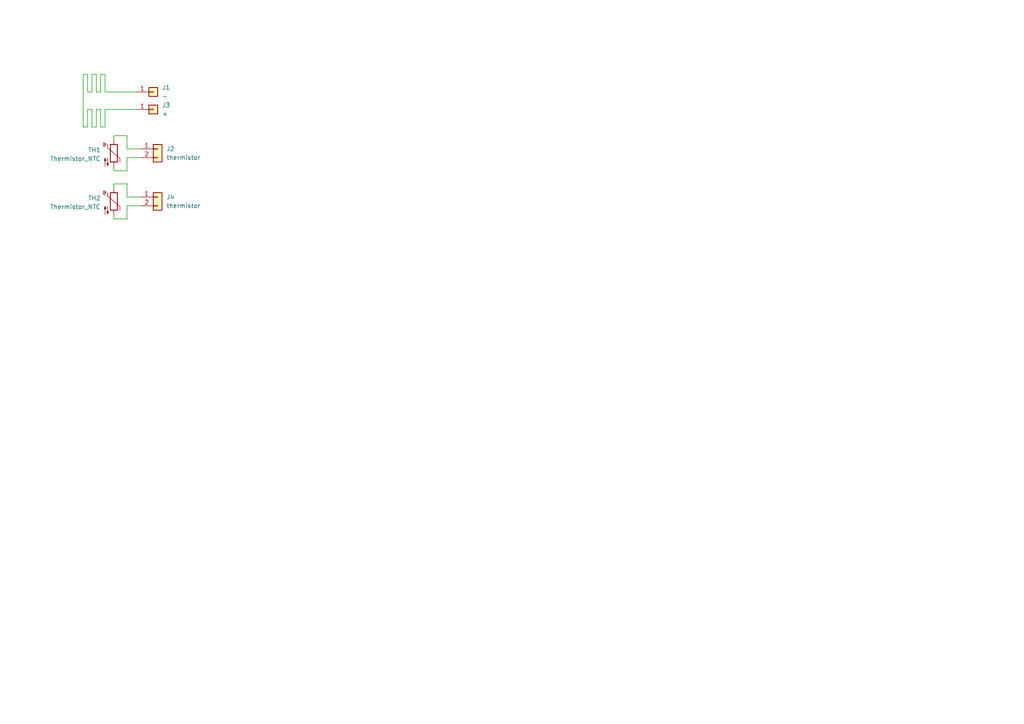
<source format=kicad_sch>
(kicad_sch (version 20250114) (generator "eeschema") (generator_version "9.0")
  (paper "A4")
  (lib_symbols
    (symbol "Connector_Generic:Conn_01x01" (pin_names (offset 1.016) (hide yes))
      (property "Reference" "J" (at 0 2.54 0))
      (property "Value" "Conn_01x01" (at 0 -2.54 0))
      (symbol "Conn_01x01_1_1"
        (rectangle (start -1.27 1.27) (end 1.27 -1.27) (stroke (width 0.254)) (fill (type background)))
        (rectangle (start -1.27 0.127) (end 0 -0.127) (stroke (width 0.1524)))
        (pin passive line (at -5.08 0 0) (length 3.81) (name "Pin_1") (number "1"))
      )
    )
    (symbol "Connector_Generic:Conn_01x02" (pin_names (offset 1.016) (hide yes))
      (property "Reference" "J" (at 0 2.54 0))
      (property "Value" "Conn_01x02" (at 0 -5.08 0))
      (symbol "Conn_01x02_1_1"
        (rectangle (start -1.27 1.27) (end 1.27 -3.81) (stroke (width 0.254)) (fill (type background)))
        (rectangle (start -1.27 0.127) (end 0 -0.127) (stroke (width 0.1524)))
        (rectangle (start -1.27 -2.413) (end 0 -2.667) (stroke (width 0.1524)))
        (pin passive line (at -5.08 0 0) (length 3.81) (name "Pin_1") (number "1"))
        (pin passive line (at -5.08 -2.54 0) (length 3.81) (name "Pin_2") (number "2"))
      )
    )
    (symbol "Device:Thermistor_NTC" (pin_numbers (hide yes)) (pin_names (offset 0))
      (property "Reference" "TH" (at -4.445 0 90))
      (property "Value" "Thermistor_NTC" (at 3.175 0 90))
      (symbol "Thermistor_NTC_0_1"
        (arc (start -3.175 2.413) (mid -3.0506 2.3165) (end -3.048 2.159))
        (arc (start -3.048 2.794) (mid -2.9736 2.9736) (end -2.794 3.048))
        (arc (start -2.794 3.048) (mid -2.6144 2.9736) (end -2.54 2.794))
        (arc (start -2.794 2.54) (mid -2.9736 2.6144) (end -3.048 2.794))
        (arc (start -2.794 1.905) (mid -2.9736 1.9794) (end -3.048 2.159))
        (arc (start -2.54 2.159) (mid -2.6144 1.9794) (end -2.794 1.905))
        (arc (start -2.159 2.794) (mid -2.434 2.5608) (end -2.794 2.54))
        (polyline (pts (xy -2.54 2.159) (xy -2.54 2.794)))
        (polyline (pts (xy -2.54 -3.683) (xy -2.54 -1.397) (xy -2.794 -2.159) (xy -2.286 -2.159) (xy -2.54 -1.397) (xy -2.54 -1.651)) (fill (type outline)))
        (polyline (pts (xy -1.778 2.54) (xy -1.778 1.524) (xy 1.778 -1.524) (xy 1.778 -2.54)))
        (polyline (pts (xy -1.778 -1.397) (xy -1.778 -3.683) (xy -2.032 -2.921) (xy -1.524 -2.921) (xy -1.778 -3.683) (xy -1.778 -3.429)) (fill (type outline)))
        (rectangle (start -1.016 2.54) (end 1.016 -2.54) (stroke (width 0.254)))
      )
      (symbol "Thermistor_NTC_1_1"
        (pin passive line (at 0 3.81 270) (length 1.27) (name "~") (number "1"))
        (pin passive line (at 0 -3.81 90) (length 1.27) (name "~") (number "2"))
      )
    )
  )
  (wire (pts (xy 29.21 26.67) (xy 29.21 21.59)))
  (wire (pts (xy 30.48 26.67) (xy 39.37 26.67)))
  (wire (pts (xy 33.02 54.61) (xy 33.02 53.34)))
  (wire (pts (xy 33.02 39.37) (xy 36.83 39.37)))
  (wire (pts (xy 25.4 21.59) (xy 25.4 26.67)))
  (wire (pts (xy 26.67 31.75) (xy 25.4 31.75)))
  (wire (pts (xy 27.94 21.59) (xy 27.94 26.67)))
  (wire (pts (xy 33.02 63.5) (xy 33.02 62.23)))
  (wire (pts (xy 24.13 21.59) (xy 25.4 21.59)))
  (wire (pts (xy 36.83 63.5) (xy 33.02 63.5)))
  (wire (pts (xy 36.83 49.53) (xy 33.02 49.53)))
  (wire (pts (xy 29.21 21.59) (xy 30.48 21.59)))
  (wire (pts (xy 36.83 59.69) (xy 36.83 63.5)))
  (wire (pts (xy 30.48 36.83) (xy 29.21 36.83)))
  (wire (pts (xy 36.83 39.37) (xy 36.83 43.18)))
  (wire (pts (xy 27.94 26.67) (xy 29.21 26.67)))
  (wire (pts (xy 26.67 26.67) (xy 26.67 21.59)))
  (wire (pts (xy 39.37 31.75) (xy 30.48 31.75)))
  (wire (pts (xy 25.4 31.75) (xy 25.4 36.83)))
  (wire (pts (xy 36.83 43.18) (xy 40.64 43.18)))
  (wire (pts (xy 25.4 26.67) (xy 26.67 26.67)))
  (wire (pts (xy 25.4 36.83) (xy 24.13 36.83)))
  (wire (pts (xy 36.83 57.15) (xy 40.64 57.15)))
  (wire (pts (xy 30.48 21.59) (xy 30.48 26.67)))
  (wire (pts (xy 36.83 53.34) (xy 36.83 57.15)))
  (wire (pts (xy 29.21 31.75) (xy 27.94 31.75)))
  (wire (pts (xy 27.94 31.75) (xy 27.94 36.83)))
  (wire (pts (xy 33.02 53.34) (xy 36.83 53.34)))
  (wire (pts (xy 26.67 21.59) (xy 27.94 21.59)))
  (wire (pts (xy 26.67 36.83) (xy 26.67 31.75)))
  (wire (pts (xy 27.94 36.83) (xy 26.67 36.83)))
  (wire (pts (xy 33.02 49.53) (xy 33.02 48.26)))
  (wire (pts (xy 36.83 45.72) (xy 36.83 49.53)))
  (wire (pts (xy 29.21 36.83) (xy 29.21 31.75)))
  (wire (pts (xy 30.48 31.75) (xy 30.48 36.83)))
  (wire (pts (xy 33.02 40.64) (xy 33.02 39.37)))
  (wire (pts (xy 40.64 59.69) (xy 36.83 59.69)))
  (wire (pts (xy 40.64 45.72) (xy 36.83 45.72)))
  (wire (pts (xy 24.13 36.83) (xy 24.13 21.59)))
  (symbol (lib_id "Connector_Generic:Conn_01x01") (at 44.45 26.67 0) (unit 1)
    (property "Reference" "J1" (at 46.99 25.3999 0) (effects (justify left)))
    (property "Value" "-" (at 46.99 27.9399 0) (effects (justify left)))
    (property "Footprint" "Connector_PinHeader_1.00mm:PinHeader_1x01_P1.00mm_Vertical" (effects (hide yes)))
    (property "Description" "Generic connector, single row, 01x01, script generated (kicad-library-utils/schlib/autogen/connector/)" (effects (hide yes)))
  )
  (symbol (lib_id "Device:Thermistor_NTC") (at 33.02 44.45 0) (unit 1)
    (property "Reference" "TH1" (at 29.21 43.4974 0) (effects (justify right)))
    (property "Value" "Thermistor_NTC" (at 29.21 46.0374 0) (effects (justify right)))
    (property "Footprint" "Resistor_SMD:R_0603_1608Metric" (effects (hide yes)))
    (property "Description" "Temperature dependent resistor, negative temperature coefficient" (effects (hide yes)))
  )
  (symbol (lib_id "Connector_Generic:Conn_01x01") (at 44.45 31.75 0) (unit 1)
    (property "Reference" "J3" (at 46.99 30.4799 0) (effects (justify left)))
    (property "Value" "+" (at 46.99 33.0199 0) (effects (justify left)))
    (property "Footprint" "Connector_PinHeader_1.00mm:PinHeader_1x01_P1.00mm_Vertical" (effects (hide yes)))
    (property "Description" "Generic connector, single row, 01x01, script generated (kicad-library-utils/schlib/autogen/connector/)" (effects (hide yes)))
  )
  (symbol (lib_id "Connector_Generic:Conn_01x02") (at 45.72 57.15 0) (unit 1)
    (property "Reference" "J4" (at 48.26 57.1499 0) (effects (justify left)))
    (property "Value" "thermistor" (at 48.26 59.6899 0) (effects (justify left)))
    (property "Footprint" "Connector_PinHeader_1.00mm:PinHeader_1x02_P1.00mm_Vertical" (effects (hide yes)))
    (property "Description" "Generic connector, single row, 01x02, script generated (kicad-library-utils/schlib/autogen/connector/)" (effects (hide yes)))
  )
  (symbol (lib_id "Device:Thermistor_NTC") (at 33.02 58.42 0) (unit 1)
    (property "Reference" "TH2" (at 29.21 57.4674 0) (effects (justify right)))
    (property "Value" "Thermistor_NTC" (at 29.21 60.0074 0) (effects (justify right)))
    (property "Footprint" "Resistor_SMD:R_0603_1608Metric" (effects (hide yes)))
    (property "Description" "Temperature dependent resistor, negative temperature coefficient" (effects (hide yes)))
  )
  (symbol (lib_id "Connector_Generic:Conn_01x02") (at 45.72 43.18 0) (unit 1)
    (property "Reference" "J2" (at 48.26 43.1799 0) (effects (justify left)))
    (property "Value" "thermistor" (at 48.26 45.7199 0) (effects (justify left)))
    (property "Footprint" "Connector_PinHeader_1.00mm:PinHeader_1x02_P1.00mm_Vertical" (effects (hide yes)))
    (property "Description" "Generic connector, single row, 01x02, script generated (kicad-library-utils/schlib/autogen/connector/)" (effects (hide yes)))
  )
)
</source>
